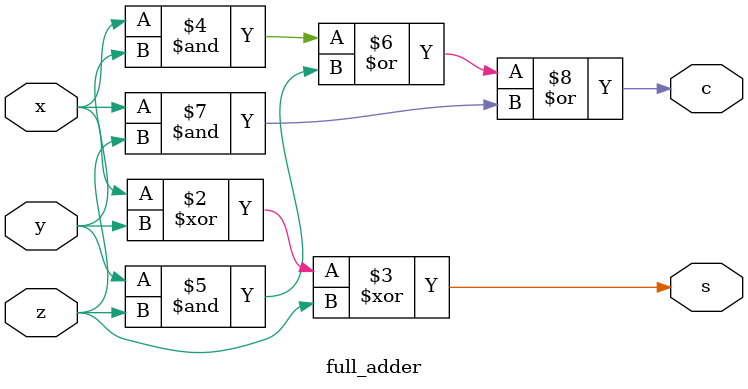
<source format=sv>
module full_adder (input x, y, z,
	output logic s, c);
	always_comb
	 begin
		s = x^y^z;
		c = (x&y)|(y&z)|(x&z);
	 end
endmodule

</source>
